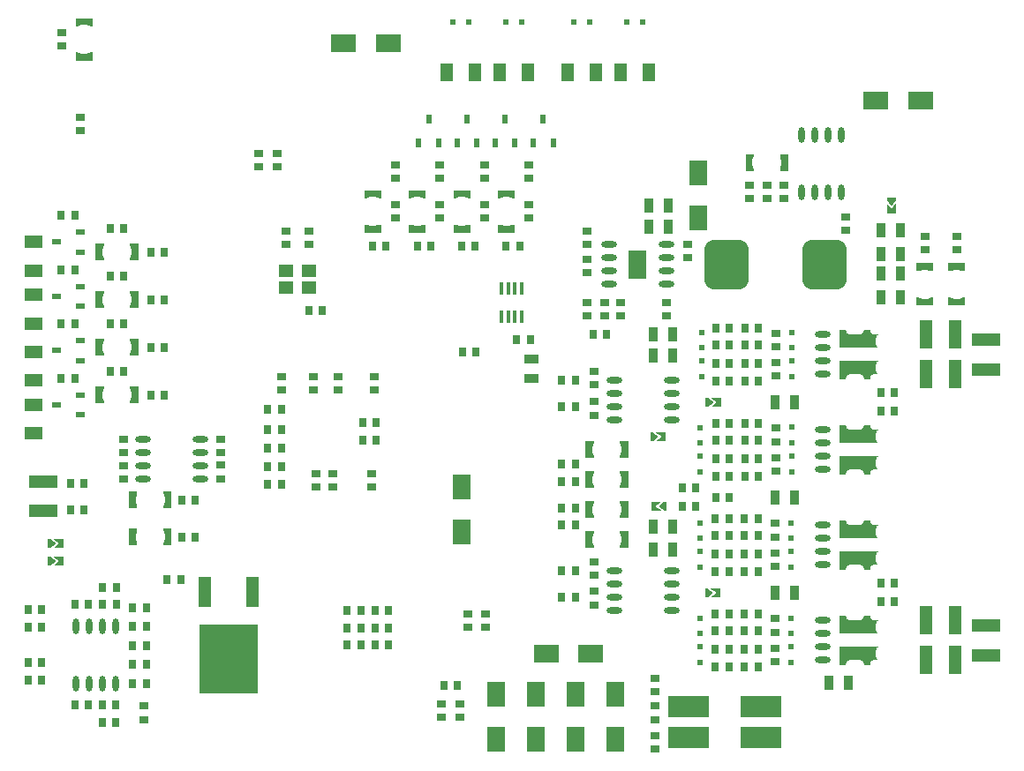
<source format=gbp>
G04*
G04 #@! TF.GenerationSoftware,Altium Limited,Altium Designer,22.8.2 (66)*
G04*
G04 Layer_Color=128*
%FSLAX44Y44*%
%MOMM*%
G71*
G04*
G04 #@! TF.SameCoordinates,7C791F3D-23B4-47E1-85F3-5240A64D0DC6*
G04*
G04*
G04 #@! TF.FilePolarity,Positive*
G04*
G01*
G75*
%ADD75R,2.7500X1.2500*%
%ADD76R,1.2500X2.7500*%
%ADD77O,1.5000X0.6000*%
%ADD78R,0.9500X0.7000*%
%ADD79R,5.6500X6.7000*%
%ADD80R,1.2000X2.9500*%
%ADD82R,0.6000X0.5000*%
%ADD83O,0.6000X1.5000*%
%ADD86R,0.7000X0.9500*%
%ADD87R,1.4000X1.2000*%
%ADD88R,1.7500X2.4500*%
%ADD89R,2.4500X1.7500*%
%ADD90R,1.2500X1.7500*%
%ADD91R,0.6000X0.9000*%
%ADD94R,1.4000X0.9500*%
%ADD95O,0.4000X1.2200*%
G04:AMPARAMS|DCode=96|XSize=4.3mm|YSize=4.8mm|CornerRadius=1.075mm|HoleSize=0mm|Usage=FLASHONLY|Rotation=0.000|XOffset=0mm|YOffset=0mm|HoleType=Round|Shape=RoundedRectangle|*
%AMROUNDEDRECTD96*
21,1,4.3000,2.6500,0,0,0.0*
21,1,2.1500,4.8000,0,0,0.0*
1,1,2.1500,1.0750,-1.3250*
1,1,2.1500,-1.0750,-1.3250*
1,1,2.1500,-1.0750,1.3250*
1,1,2.1500,1.0750,1.3250*
%
%ADD96ROUNDEDRECTD96*%
%ADD97R,0.9500X1.4000*%
%ADD101R,4.0000X2.0000*%
%ADD104R,0.5000X0.6000*%
%ADD105R,0.9000X0.6000*%
%ADD106R,1.7500X1.2500*%
%ADD140R,1.7100X2.7000*%
G36*
X578230Y1113590D02*
X576540D01*
X576539Y1113588D01*
X576539Y1113588D01*
X575038Y1114238D01*
X571862Y1114995D01*
X568597D01*
X565421Y1114238D01*
X563921Y1113588D01*
X563920Y1113590D01*
X562230D01*
Y1121590D01*
X578230D01*
Y1113590D01*
D02*
G37*
G36*
X576540Y1088590D02*
X578230D01*
Y1080590D01*
X562230D01*
Y1088590D01*
X563920D01*
X563921Y1088592D01*
X565421Y1087942D01*
X568597Y1087186D01*
X571862D01*
X575038Y1087942D01*
X576539Y1088592D01*
X576539D01*
X576540Y1088590D01*
D02*
G37*
G36*
X1245860Y974990D02*
X1237860D01*
Y976680D01*
X1237858Y976681D01*
X1238508Y978182D01*
X1239265Y981357D01*
Y984622D01*
X1238508Y987798D01*
X1237858Y989299D01*
X1237858Y989299D01*
X1237860Y989300D01*
Y990990D01*
X1245860D01*
Y974990D01*
D02*
G37*
G36*
X1212860Y989300D02*
X1212862Y989299D01*
Y989299D01*
X1212212Y987798D01*
X1211456Y984622D01*
Y981357D01*
X1212212Y978182D01*
X1212862Y976681D01*
X1212860Y976680D01*
Y974990D01*
X1204860D01*
Y990990D01*
X1212860D01*
Y989300D01*
D02*
G37*
G36*
X983360Y948410D02*
X981670D01*
X981669Y948408D01*
X980168Y949058D01*
X976992Y949815D01*
X973727D01*
X970551Y949058D01*
X969051Y948408D01*
Y948408D01*
X969050Y948410D01*
X967360D01*
Y956410D01*
X983360D01*
Y948410D01*
D02*
G37*
G36*
X940603D02*
X938913D01*
X938912Y948408D01*
X937412Y949058D01*
X934236Y949815D01*
X930971D01*
X927795Y949058D01*
X926294Y948408D01*
Y948408D01*
X926293Y948410D01*
X924603D01*
Y956410D01*
X940603D01*
Y948410D01*
D02*
G37*
G36*
X897847D02*
X896156D01*
X896155Y948408D01*
X894655Y949058D01*
X891479Y949815D01*
X888214D01*
X885038Y949058D01*
X883538Y948408D01*
Y948408D01*
X883537Y948410D01*
X881847D01*
Y956410D01*
X897847D01*
Y948410D01*
D02*
G37*
G36*
X855090D02*
X853400D01*
X853399Y948408D01*
X851898Y949058D01*
X848722Y949815D01*
X845458D01*
X842281Y949058D01*
X840781Y948408D01*
Y948408D01*
X840780Y948410D01*
X839090D01*
Y956410D01*
X855090D01*
Y948410D01*
D02*
G37*
G36*
X1348994Y946912D02*
X1344930Y940816D01*
X1340866Y946404D01*
Y948944D01*
X1348994D01*
Y946912D01*
D02*
G37*
G36*
Y934022D02*
X1340866D01*
Y943610D01*
X1344930Y938022D01*
X1348994Y944118D01*
Y934022D01*
D02*
G37*
G36*
X981670Y923410D02*
X983360D01*
Y915410D01*
X967360D01*
Y923410D01*
X969050D01*
X969051Y923412D01*
X970551Y922762D01*
X973727Y922005D01*
X976992D01*
X980168Y922762D01*
X981669Y923412D01*
X981670Y923410D01*
D02*
G37*
G36*
X938913D02*
X940603D01*
Y915410D01*
X924603D01*
Y923410D01*
X926293D01*
X926294Y923412D01*
X927795Y922762D01*
X930971Y922005D01*
X934236D01*
X937412Y922762D01*
X938912Y923412D01*
X938913Y923410D01*
D02*
G37*
G36*
X896156D02*
X897847D01*
Y915410D01*
X881847D01*
Y923410D01*
X883537D01*
X883538Y923412D01*
X885038Y922762D01*
X888214Y922005D01*
X891479D01*
X894655Y922762D01*
X896155Y923412D01*
X896156Y923410D01*
D02*
G37*
G36*
X853400D02*
X855090D01*
Y915410D01*
X839090D01*
Y923410D01*
X840780D01*
X840781Y923412D01*
X842281Y922762D01*
X845458Y922005D01*
X848722D01*
X851898Y922762D01*
X853399Y923412D01*
X853400Y923410D01*
D02*
G37*
G36*
X622480Y889100D02*
X614480D01*
Y890790D01*
X614478Y890791D01*
X614478D01*
X615128Y892291D01*
X615885Y895467D01*
Y898732D01*
X615128Y901908D01*
X614478Y903409D01*
X614480Y903410D01*
Y905100D01*
X622480D01*
Y889100D01*
D02*
G37*
G36*
X589480Y903410D02*
X589482Y903409D01*
X588832Y901908D01*
X588075Y898732D01*
Y895467D01*
X588832Y892291D01*
X589482Y890791D01*
X589480Y890790D01*
Y889100D01*
X581480D01*
Y905100D01*
X589480D01*
Y903410D01*
D02*
G37*
G36*
X1415160Y878640D02*
X1413470D01*
X1413469Y878638D01*
X1413469Y878638D01*
X1411969Y879288D01*
X1408792Y880044D01*
X1405527D01*
X1402352Y879288D01*
X1400851Y878638D01*
X1400850Y878640D01*
X1399160D01*
Y886640D01*
X1415160D01*
Y878640D01*
D02*
G37*
G36*
X1384680D02*
X1382990D01*
X1382989Y878638D01*
X1382989Y878638D01*
X1381488Y879288D01*
X1378312Y880044D01*
X1375047D01*
X1371871Y879288D01*
X1370371Y878638D01*
X1370370Y878640D01*
X1368680D01*
Y886640D01*
X1384680D01*
Y878640D01*
D02*
G37*
G36*
X1413470Y853640D02*
X1415160D01*
Y845640D01*
X1399160D01*
Y853640D01*
X1400850D01*
X1400851Y853642D01*
X1402352Y852992D01*
X1405527Y852235D01*
X1408792D01*
X1411969Y852992D01*
X1413469Y853642D01*
X1413469D01*
X1413470Y853640D01*
D02*
G37*
G36*
X1382990D02*
X1384680D01*
Y845640D01*
X1368680D01*
Y853640D01*
X1370370D01*
X1370371Y853642D01*
X1371871Y852992D01*
X1375047Y852235D01*
X1378312D01*
X1381488Y852992D01*
X1382989Y853642D01*
X1382989D01*
X1382990Y853640D01*
D02*
G37*
G36*
X622480Y843380D02*
X614480D01*
Y845070D01*
X614478Y845071D01*
X614478D01*
X615128Y846571D01*
X615885Y849747D01*
Y853012D01*
X615128Y856188D01*
X614478Y857689D01*
X614480Y857690D01*
Y859380D01*
X622480D01*
Y843380D01*
D02*
G37*
G36*
X589480Y857690D02*
X589482Y857689D01*
X588832Y856188D01*
X588075Y853012D01*
Y849747D01*
X588832Y846571D01*
X589482Y845071D01*
X589480Y845070D01*
Y843380D01*
X581480D01*
Y859380D01*
X589480D01*
Y857690D01*
D02*
G37*
G36*
X1324228Y821932D02*
X1324236Y821670D01*
X1324262Y821409D01*
X1324305Y821151D01*
X1324364Y820896D01*
X1324440Y820645D01*
X1324532Y820400D01*
X1324641Y820162D01*
X1324764Y819931D01*
X1324902Y819708D01*
X1325055Y819495D01*
X1325221Y819293D01*
X1325400Y819102D01*
X1325591Y818923D01*
X1325794Y818756D01*
X1326006Y818604D01*
X1326229Y818466D01*
X1326460Y818342D01*
X1326698Y818234D01*
X1326944Y818142D01*
X1327194Y818066D01*
X1327449Y818006D01*
X1327708Y817964D01*
X1327968Y817938D01*
X1328230Y817930D01*
X1332089D01*
X1332029Y817898D01*
X1331806Y817759D01*
X1331594Y817607D01*
X1331391Y817441D01*
X1331200Y817262D01*
X1331021Y817070D01*
X1330855Y816868D01*
X1330702Y816655D01*
X1330564Y816433D01*
X1330441Y816202D01*
X1330332Y815963D01*
X1330240Y815718D01*
X1330164Y815468D01*
X1330105Y815212D01*
X1330062Y814954D01*
X1330036Y814693D01*
X1330028Y814432D01*
Y808632D01*
X1330036Y808370D01*
X1330062Y808109D01*
X1330105Y807851D01*
X1330164Y807596D01*
X1330240Y807345D01*
X1330332Y807100D01*
X1330441Y806861D01*
X1330564Y806631D01*
X1330702Y806408D01*
X1330855Y806195D01*
X1331021Y805993D01*
X1331200Y805802D01*
X1331391Y805623D01*
X1331594Y805456D01*
X1331806Y805304D01*
X1332029Y805166D01*
X1332089Y805134D01*
X1295233D01*
Y822579D01*
X1301229D01*
Y821932D01*
X1301237Y821670D01*
X1301263Y821409D01*
X1301306Y821151D01*
X1301365Y820896D01*
X1301441Y820645D01*
X1301533Y820400D01*
X1301641Y820162D01*
X1301765Y819931D01*
X1301903Y819708D01*
X1302056Y819495D01*
X1302222Y819293D01*
X1302401Y819102D01*
X1302592Y818923D01*
X1302794Y818756D01*
X1303007Y818604D01*
X1303230Y818466D01*
X1303461Y818342D01*
X1303699Y818234D01*
X1303944Y818142D01*
X1304195Y818066D01*
X1304450Y818006D01*
X1304708Y817964D01*
X1304969Y817938D01*
X1305231Y817930D01*
X1314230D01*
X1314252Y817930D01*
X1314273Y817930D01*
X1314382Y817934D01*
X1314492Y817938D01*
X1314513Y817940D01*
X1314535Y817941D01*
X1314644Y817953D01*
X1314752Y817964D01*
X1314774Y817967D01*
X1314795Y817970D01*
X1314903Y817989D01*
X1315011Y818006D01*
X1315032Y818011D01*
X1315053Y818015D01*
X1315159Y818041D01*
X1315266Y818066D01*
X1315286Y818072D01*
X1315307Y818077D01*
X1315412Y818110D01*
X1315516Y818142D01*
X1315536Y818149D01*
X1315557Y818156D01*
X1315659Y818196D01*
X1315762Y818234D01*
X1315781Y818243D01*
X1315801Y818251D01*
X1315900Y818297D01*
X1316000Y818342D01*
X1316019Y818352D01*
X1316039Y818362D01*
X1316135Y818414D01*
X1316231Y818466D01*
X1316249Y818477D01*
X1316268Y818487D01*
X1316361Y818546D01*
X1316454Y818604D01*
X1316471Y818616D01*
X1316489Y818628D01*
X1316577Y818693D01*
X1316666Y818756D01*
X1316683Y818770D01*
X1316700Y818783D01*
X1316784Y818853D01*
X1316869Y818923D01*
X1316884Y818937D01*
X1316901Y818951D01*
X1316980Y819027D01*
X1317060Y819102D01*
X1317075Y819117D01*
X1317090Y819132D01*
X1317164Y819213D01*
X1317239Y819293D01*
X1317253Y819310D01*
X1317267Y819325D01*
X1317335Y819410D01*
X1317405Y819495D01*
X1317418Y819513D01*
X1317431Y819530D01*
X1317494Y819619D01*
X1317558Y819708D01*
X1317569Y819726D01*
X1317581Y819744D01*
X1317638Y819838D01*
X1317696Y819931D01*
X1317706Y819950D01*
X1317717Y819968D01*
X1317767Y820064D01*
X1317819Y820162D01*
X1317828Y820181D01*
X1317838Y820200D01*
X1317882Y820300D01*
X1317928Y820400D01*
X1317935Y820420D01*
X1317944Y820440D01*
X1317981Y820543D01*
X1318020Y820645D01*
X1318026Y820666D01*
X1318033Y820686D01*
X1318064Y820791D01*
X1318096Y820896D01*
X1318101Y820917D01*
X1318107Y820937D01*
X1318131Y821045D01*
X1318155Y821151D01*
X1318159Y821172D01*
X1318163Y821193D01*
X1318180Y821301D01*
X1318198Y821409D01*
X1318200Y821431D01*
X1318203Y821452D01*
X1318213Y821561D01*
X1318224Y821670D01*
X1318224Y821691D01*
X1318226Y821713D01*
X1318229Y821823D01*
X1318232Y821932D01*
X1318231Y821953D01*
X1318232Y821975D01*
X1318225Y822579D01*
X1324228D01*
Y821932D01*
D02*
G37*
G36*
X622480Y797660D02*
X614480D01*
Y799350D01*
X614478Y799351D01*
X614478D01*
X615128Y800851D01*
X615885Y804027D01*
Y807292D01*
X615128Y810469D01*
X614478Y811969D01*
X614480Y811970D01*
Y813660D01*
X622480D01*
Y797660D01*
D02*
G37*
G36*
X589480Y811970D02*
X589482Y811969D01*
X588832Y810469D01*
X588075Y807292D01*
Y804027D01*
X588832Y800851D01*
X589482Y799351D01*
X589480Y799350D01*
Y797660D01*
X581480D01*
Y813660D01*
X589480D01*
Y811970D01*
D02*
G37*
G36*
X1332025Y792496D02*
X1331803Y792358D01*
X1331590Y792205D01*
X1331387Y792039D01*
X1331196Y791860D01*
X1331017Y791669D01*
X1330851Y791466D01*
X1330698Y791254D01*
X1330560Y791031D01*
X1330437Y790800D01*
X1330329Y790562D01*
X1330236Y790316D01*
X1330160Y790066D01*
X1330101Y789811D01*
X1330058Y789552D01*
X1330032Y789292D01*
X1330024Y789030D01*
Y783230D01*
X1330032Y782968D01*
X1330058Y782708D01*
X1330101Y782449D01*
X1330160Y782194D01*
X1330236Y781944D01*
X1330329Y781699D01*
X1330437Y781460D01*
X1330560Y781229D01*
X1330698Y781006D01*
X1330851Y780794D01*
X1331017Y780591D01*
X1331196Y780400D01*
X1331387Y780221D01*
X1331590Y780055D01*
X1331803Y779902D01*
X1332025Y779764D01*
X1332085Y779732D01*
X1328226D01*
X1327964Y779724D01*
X1327704Y779698D01*
X1327445Y779655D01*
X1327190Y779596D01*
X1326940Y779520D01*
X1326694Y779427D01*
X1326456Y779319D01*
X1326225Y779196D01*
X1326003Y779058D01*
X1325790Y778905D01*
X1325587Y778739D01*
X1325396Y778560D01*
X1325217Y778369D01*
X1325051Y778166D01*
X1324898Y777953D01*
X1324760Y777731D01*
X1324637Y777500D01*
X1324529Y777262D01*
X1324436Y777016D01*
X1324360Y776766D01*
X1324301Y776511D01*
X1324258Y776252D01*
X1324232Y775992D01*
X1324224Y775730D01*
Y775082D01*
X1318221D01*
X1318228Y775687D01*
X1318227Y775708D01*
X1318228Y775730D01*
X1318225Y775839D01*
X1318222Y775949D01*
X1318220Y775970D01*
X1318220Y775992D01*
X1318209Y776101D01*
X1318199Y776210D01*
X1318196Y776231D01*
X1318194Y776252D01*
X1318176Y776360D01*
X1318159Y776469D01*
X1318155Y776490D01*
X1318151Y776511D01*
X1318127Y776617D01*
X1318103Y776724D01*
X1318097Y776745D01*
X1318092Y776766D01*
X1318060Y776871D01*
X1318029Y776976D01*
X1318022Y776996D01*
X1318016Y777016D01*
X1317977Y777119D01*
X1317940Y777222D01*
X1317931Y777241D01*
X1317923Y777262D01*
X1317878Y777362D01*
X1317834Y777461D01*
X1317824Y777480D01*
X1317815Y777500D01*
X1317763Y777598D01*
X1317713Y777694D01*
X1317702Y777712D01*
X1317692Y777731D01*
X1317634Y777824D01*
X1317577Y777917D01*
X1317565Y777935D01*
X1317554Y777953D01*
X1317490Y778043D01*
X1317427Y778132D01*
X1317414Y778149D01*
X1317401Y778166D01*
X1317331Y778252D01*
X1317263Y778336D01*
X1317249Y778352D01*
X1317235Y778369D01*
X1317160Y778449D01*
X1317086Y778529D01*
X1317071Y778544D01*
X1317056Y778560D01*
X1316976Y778635D01*
X1316897Y778710D01*
X1316880Y778724D01*
X1316865Y778739D01*
X1316780Y778808D01*
X1316696Y778879D01*
X1316679Y778891D01*
X1316662Y778905D01*
X1316573Y778969D01*
X1316485Y779034D01*
X1316467Y779045D01*
X1316449Y779058D01*
X1316357Y779115D01*
X1316264Y779174D01*
X1316245Y779185D01*
X1316227Y779196D01*
X1316131Y779248D01*
X1316035Y779300D01*
X1316015Y779309D01*
X1315996Y779319D01*
X1315896Y779365D01*
X1315797Y779411D01*
X1315777Y779419D01*
X1315758Y779427D01*
X1315656Y779466D01*
X1315553Y779506D01*
X1315532Y779512D01*
X1315513Y779520D01*
X1315408Y779551D01*
X1315303Y779584D01*
X1315282Y779589D01*
X1315262Y779596D01*
X1315155Y779621D01*
X1315049Y779647D01*
X1315028Y779650D01*
X1315007Y779655D01*
X1314899Y779673D01*
X1314791Y779692D01*
X1314769Y779694D01*
X1314748Y779698D01*
X1314640Y779709D01*
X1314531Y779721D01*
X1314509Y779722D01*
X1314488Y779724D01*
X1314378Y779727D01*
X1314269Y779732D01*
X1314247Y779731D01*
X1314226Y779732D01*
X1305227D01*
X1304965Y779724D01*
X1304704Y779698D01*
X1304446Y779655D01*
X1304191Y779596D01*
X1303940Y779520D01*
X1303695Y779427D01*
X1303457Y779319D01*
X1303226Y779196D01*
X1303003Y779058D01*
X1302791Y778905D01*
X1302588Y778739D01*
X1302397Y778560D01*
X1302218Y778369D01*
X1302052Y778166D01*
X1301899Y777953D01*
X1301761Y777731D01*
X1301637Y777500D01*
X1301529Y777262D01*
X1301437Y777016D01*
X1301361Y776766D01*
X1301302Y776511D01*
X1301259Y776252D01*
X1301233Y775992D01*
X1301225Y775730D01*
Y775082D01*
X1295229D01*
Y792528D01*
X1332085D01*
X1332025Y792496D01*
D02*
G37*
G36*
X622480Y751940D02*
X614480D01*
Y753630D01*
X614478Y753631D01*
X614478D01*
X615128Y755132D01*
X615885Y758308D01*
Y761572D01*
X615128Y764749D01*
X614478Y766249D01*
X614480Y766250D01*
Y767940D01*
X622480D01*
Y751940D01*
D02*
G37*
G36*
X589480Y766250D02*
X589482Y766249D01*
X588832Y764749D01*
X588075Y761572D01*
Y758308D01*
X588832Y755132D01*
X589482Y753631D01*
X589480Y753630D01*
Y751940D01*
X581480D01*
Y767940D01*
X589480D01*
Y766250D01*
D02*
G37*
G36*
X1181398Y749047D02*
X1171810D01*
X1177398Y753111D01*
X1171302Y757175D01*
X1181398D01*
Y749047D01*
D02*
G37*
G36*
X1174604Y753111D02*
X1169016Y749047D01*
X1166476D01*
Y757175D01*
X1168508D01*
X1174604Y753111D01*
D02*
G37*
G36*
X1324228Y730492D02*
X1324236Y730230D01*
X1324262Y729969D01*
X1324305Y729711D01*
X1324364Y729456D01*
X1324440Y729205D01*
X1324532Y728960D01*
X1324641Y728721D01*
X1324764Y728491D01*
X1324902Y728268D01*
X1325055Y728055D01*
X1325221Y727853D01*
X1325400Y727662D01*
X1325591Y727483D01*
X1325794Y727317D01*
X1326006Y727164D01*
X1326229Y727026D01*
X1326460Y726902D01*
X1326698Y726794D01*
X1326944Y726702D01*
X1327194Y726626D01*
X1327449Y726566D01*
X1327708Y726524D01*
X1327968Y726498D01*
X1328230Y726489D01*
X1332089D01*
X1332029Y726458D01*
X1331806Y726319D01*
X1331594Y726167D01*
X1331391Y726001D01*
X1331200Y725822D01*
X1331021Y725630D01*
X1330855Y725428D01*
X1330702Y725215D01*
X1330564Y724993D01*
X1330441Y724762D01*
X1330332Y724523D01*
X1330240Y724278D01*
X1330164Y724027D01*
X1330105Y723772D01*
X1330062Y723514D01*
X1330036Y723253D01*
X1330028Y722992D01*
Y717192D01*
X1330036Y716930D01*
X1330062Y716669D01*
X1330105Y716411D01*
X1330164Y716156D01*
X1330240Y715905D01*
X1330332Y715660D01*
X1330441Y715422D01*
X1330564Y715191D01*
X1330702Y714968D01*
X1330855Y714755D01*
X1331021Y714553D01*
X1331200Y714362D01*
X1331391Y714183D01*
X1331594Y714016D01*
X1331806Y713864D01*
X1332029Y713726D01*
X1332089Y713694D01*
X1295233D01*
Y731140D01*
X1301229D01*
Y730492D01*
X1301237Y730230D01*
X1301263Y729969D01*
X1301306Y729711D01*
X1301365Y729456D01*
X1301441Y729205D01*
X1301533Y728960D01*
X1301641Y728721D01*
X1301765Y728491D01*
X1301903Y728268D01*
X1302056Y728055D01*
X1302222Y727853D01*
X1302401Y727662D01*
X1302592Y727483D01*
X1302794Y727317D01*
X1303007Y727164D01*
X1303230Y727026D01*
X1303461Y726902D01*
X1303699Y726794D01*
X1303944Y726702D01*
X1304195Y726626D01*
X1304450Y726566D01*
X1304708Y726524D01*
X1304969Y726498D01*
X1305231Y726489D01*
X1314230D01*
X1314252Y726490D01*
X1314273Y726490D01*
X1314382Y726495D01*
X1314492Y726498D01*
X1314513Y726500D01*
X1314535Y726501D01*
X1314644Y726513D01*
X1314752Y726524D01*
X1314774Y726527D01*
X1314795Y726530D01*
X1314903Y726549D01*
X1315011Y726566D01*
X1315032Y726571D01*
X1315053Y726575D01*
X1315159Y726601D01*
X1315266Y726626D01*
X1315286Y726632D01*
X1315307Y726637D01*
X1315412Y726670D01*
X1315516Y726702D01*
X1315536Y726709D01*
X1315557Y726716D01*
X1315659Y726756D01*
X1315762Y726794D01*
X1315781Y726803D01*
X1315801Y726811D01*
X1315900Y726857D01*
X1316000Y726902D01*
X1316019Y726912D01*
X1316039Y726921D01*
X1316135Y726974D01*
X1316231Y727026D01*
X1316249Y727037D01*
X1316268Y727047D01*
X1316361Y727106D01*
X1316454Y727164D01*
X1316471Y727177D01*
X1316489Y727188D01*
X1316577Y727253D01*
X1316666Y727317D01*
X1316683Y727330D01*
X1316700Y727343D01*
X1316784Y727413D01*
X1316869Y727483D01*
X1316884Y727497D01*
X1316901Y727511D01*
X1316980Y727587D01*
X1317060Y727662D01*
X1317075Y727677D01*
X1317090Y727692D01*
X1317164Y727773D01*
X1317239Y727853D01*
X1317253Y727870D01*
X1317267Y727885D01*
X1317335Y727970D01*
X1317405Y728055D01*
X1317418Y728073D01*
X1317431Y728090D01*
X1317494Y728179D01*
X1317558Y728268D01*
X1317569Y728286D01*
X1317581Y728304D01*
X1317638Y728398D01*
X1317696Y728491D01*
X1317706Y728510D01*
X1317717Y728528D01*
X1317767Y728624D01*
X1317819Y728721D01*
X1317828Y728741D01*
X1317838Y728760D01*
X1317882Y728860D01*
X1317928Y728960D01*
X1317935Y728980D01*
X1317944Y729000D01*
X1317981Y729102D01*
X1318020Y729205D01*
X1318026Y729226D01*
X1318033Y729246D01*
X1318064Y729351D01*
X1318096Y729456D01*
X1318101Y729477D01*
X1318107Y729497D01*
X1318131Y729605D01*
X1318155Y729711D01*
X1318159Y729732D01*
X1318163Y729753D01*
X1318180Y729861D01*
X1318198Y729969D01*
X1318200Y729991D01*
X1318203Y730012D01*
X1318213Y730121D01*
X1318224Y730230D01*
X1318224Y730251D01*
X1318226Y730273D01*
X1318229Y730383D01*
X1318232Y730492D01*
X1318231Y730513D01*
X1318232Y730535D01*
X1318225Y731140D01*
X1324228D01*
Y730492D01*
D02*
G37*
G36*
X1128458Y716026D02*
X1118870D01*
X1124458Y720090D01*
X1118362Y724154D01*
X1128458D01*
Y716026D01*
D02*
G37*
G36*
X1121664Y720090D02*
X1116076Y716026D01*
X1113536D01*
Y724154D01*
X1115568D01*
X1121664Y720090D01*
D02*
G37*
G36*
X1092300Y699390D02*
X1084300D01*
Y701080D01*
X1084298Y701081D01*
X1084949Y702581D01*
X1085705Y705758D01*
Y709022D01*
X1084949Y712198D01*
X1084298Y713699D01*
X1084298Y713699D01*
X1084300Y713700D01*
Y715390D01*
X1092300D01*
Y699390D01*
D02*
G37*
G36*
X1059300Y713700D02*
X1059302Y713699D01*
Y713699D01*
X1058652Y712198D01*
X1057896Y709022D01*
Y705758D01*
X1058652Y702581D01*
X1059302Y701081D01*
X1059300Y701080D01*
Y699390D01*
X1051300D01*
Y715390D01*
X1059300D01*
Y713700D01*
D02*
G37*
G36*
X1332025Y701056D02*
X1331803Y700918D01*
X1331590Y700765D01*
X1331387Y700599D01*
X1331196Y700420D01*
X1331017Y700229D01*
X1330851Y700026D01*
X1330698Y699814D01*
X1330560Y699591D01*
X1330437Y699360D01*
X1330329Y699121D01*
X1330236Y698876D01*
X1330160Y698626D01*
X1330101Y698371D01*
X1330058Y698112D01*
X1330032Y697852D01*
X1330024Y697590D01*
Y691790D01*
X1330032Y691528D01*
X1330058Y691268D01*
X1330101Y691009D01*
X1330160Y690754D01*
X1330236Y690504D01*
X1330329Y690258D01*
X1330437Y690020D01*
X1330560Y689789D01*
X1330698Y689566D01*
X1330851Y689354D01*
X1331017Y689151D01*
X1331196Y688960D01*
X1331387Y688781D01*
X1331590Y688615D01*
X1331803Y688462D01*
X1332025Y688324D01*
X1332085Y688292D01*
X1328226D01*
X1327964Y688284D01*
X1327704Y688258D01*
X1327445Y688215D01*
X1327190Y688156D01*
X1326940Y688080D01*
X1326694Y687988D01*
X1326456Y687879D01*
X1326225Y687756D01*
X1326003Y687618D01*
X1325790Y687465D01*
X1325587Y687299D01*
X1325396Y687120D01*
X1325217Y686929D01*
X1325051Y686726D01*
X1324898Y686514D01*
X1324760Y686291D01*
X1324637Y686060D01*
X1324529Y685822D01*
X1324436Y685576D01*
X1324360Y685326D01*
X1324301Y685071D01*
X1324258Y684812D01*
X1324232Y684552D01*
X1324224Y684290D01*
Y683642D01*
X1318221D01*
X1318228Y684247D01*
X1318227Y684268D01*
X1318228Y684290D01*
X1318225Y684399D01*
X1318222Y684509D01*
X1318220Y684530D01*
X1318220Y684552D01*
X1318209Y684661D01*
X1318199Y684770D01*
X1318196Y684791D01*
X1318194Y684812D01*
X1318176Y684920D01*
X1318159Y685029D01*
X1318155Y685050D01*
X1318151Y685071D01*
X1318127Y685177D01*
X1318103Y685284D01*
X1318097Y685305D01*
X1318092Y685326D01*
X1318060Y685431D01*
X1318029Y685536D01*
X1318022Y685556D01*
X1318016Y685576D01*
X1317977Y685679D01*
X1317940Y685782D01*
X1317931Y685801D01*
X1317923Y685822D01*
X1317878Y685921D01*
X1317834Y686021D01*
X1317824Y686040D01*
X1317815Y686060D01*
X1317763Y686158D01*
X1317713Y686254D01*
X1317702Y686272D01*
X1317692Y686291D01*
X1317634Y686384D01*
X1317577Y686478D01*
X1317565Y686495D01*
X1317554Y686514D01*
X1317490Y686603D01*
X1317427Y686692D01*
X1317414Y686709D01*
X1317401Y686726D01*
X1317331Y686812D01*
X1317263Y686896D01*
X1317249Y686912D01*
X1317235Y686929D01*
X1317160Y687009D01*
X1317086Y687089D01*
X1317071Y687104D01*
X1317056Y687120D01*
X1316976Y687195D01*
X1316897Y687270D01*
X1316880Y687284D01*
X1316865Y687299D01*
X1316780Y687368D01*
X1316696Y687439D01*
X1316679Y687451D01*
X1316662Y687465D01*
X1316573Y687529D01*
X1316485Y687594D01*
X1316467Y687605D01*
X1316449Y687618D01*
X1316357Y687675D01*
X1316264Y687734D01*
X1316245Y687745D01*
X1316227Y687756D01*
X1316131Y687807D01*
X1316035Y687860D01*
X1316015Y687869D01*
X1315996Y687879D01*
X1315896Y687925D01*
X1315797Y687971D01*
X1315777Y687979D01*
X1315758Y687988D01*
X1315656Y688026D01*
X1315553Y688066D01*
X1315532Y688072D01*
X1315513Y688080D01*
X1315408Y688111D01*
X1315303Y688144D01*
X1315282Y688149D01*
X1315262Y688156D01*
X1315155Y688181D01*
X1315049Y688207D01*
X1315028Y688210D01*
X1315007Y688215D01*
X1314899Y688233D01*
X1314791Y688252D01*
X1314769Y688254D01*
X1314748Y688258D01*
X1314640Y688269D01*
X1314531Y688280D01*
X1314509Y688281D01*
X1314488Y688284D01*
X1314378Y688287D01*
X1314269Y688292D01*
X1314247Y688291D01*
X1314226Y688292D01*
X1305227D01*
X1304965Y688284D01*
X1304704Y688258D01*
X1304446Y688215D01*
X1304191Y688156D01*
X1303940Y688080D01*
X1303695Y687988D01*
X1303457Y687879D01*
X1303226Y687756D01*
X1303003Y687618D01*
X1302791Y687465D01*
X1302588Y687299D01*
X1302397Y687120D01*
X1302218Y686929D01*
X1302052Y686726D01*
X1301899Y686514D01*
X1301761Y686291D01*
X1301637Y686060D01*
X1301529Y685822D01*
X1301437Y685576D01*
X1301361Y685326D01*
X1301302Y685071D01*
X1301259Y684812D01*
X1301233Y684552D01*
X1301225Y684290D01*
Y683642D01*
X1295229D01*
Y701088D01*
X1332085D01*
X1332025Y701056D01*
D02*
G37*
G36*
X1092300Y670603D02*
X1084300D01*
Y672293D01*
X1084298Y672294D01*
X1084949Y673795D01*
X1085705Y676971D01*
Y680236D01*
X1084949Y683412D01*
X1084298Y684912D01*
X1084298Y684912D01*
X1084300Y684913D01*
Y686603D01*
X1092300D01*
Y670603D01*
D02*
G37*
G36*
X1059300Y684913D02*
X1059302Y684912D01*
Y684912D01*
X1058652Y683412D01*
X1057896Y680236D01*
Y676971D01*
X1058652Y673795D01*
X1059302Y672294D01*
X1059300Y672293D01*
Y670603D01*
X1051300D01*
Y686603D01*
X1059300D01*
Y684913D01*
D02*
G37*
G36*
X654230Y651130D02*
X646230D01*
Y652820D01*
X646228Y652821D01*
X646228D01*
X646878Y654322D01*
X647635Y657497D01*
Y660762D01*
X646878Y663939D01*
X646228Y665439D01*
X646230Y665440D01*
Y667130D01*
X654230D01*
Y651130D01*
D02*
G37*
G36*
X621230Y665440D02*
X621232Y665439D01*
X620582Y663939D01*
X619826Y660762D01*
Y657497D01*
X620582Y654322D01*
X621232Y652821D01*
X621230Y652820D01*
Y651130D01*
X613230D01*
Y667130D01*
X621230D01*
Y665440D01*
D02*
G37*
G36*
X1129284Y648973D02*
X1127252D01*
X1121156Y653037D01*
X1126744Y657101D01*
X1129284D01*
Y648973D01*
D02*
G37*
G36*
X1118362Y653037D02*
X1124458Y648973D01*
X1114362D01*
Y657101D01*
X1123950D01*
X1118362Y653037D01*
D02*
G37*
G36*
X1092300Y641817D02*
X1084300D01*
Y643507D01*
X1084298Y643508D01*
X1084949Y645008D01*
X1085705Y648184D01*
Y651449D01*
X1084949Y654625D01*
X1084298Y656125D01*
X1084298Y656125D01*
X1084300Y656127D01*
Y657817D01*
X1092300D01*
Y641817D01*
D02*
G37*
G36*
X1059300Y656127D02*
X1059302Y656125D01*
Y656125D01*
X1058652Y654625D01*
X1057896Y651449D01*
Y648184D01*
X1058652Y645008D01*
X1059302Y643508D01*
X1059300Y643507D01*
Y641817D01*
X1051300D01*
Y657817D01*
X1059300D01*
Y656127D01*
D02*
G37*
G36*
X1324228Y639052D02*
X1324236Y638790D01*
X1324262Y638529D01*
X1324305Y638271D01*
X1324364Y638016D01*
X1324440Y637765D01*
X1324532Y637520D01*
X1324641Y637281D01*
X1324764Y637051D01*
X1324902Y636828D01*
X1325055Y636615D01*
X1325221Y636413D01*
X1325400Y636222D01*
X1325591Y636043D01*
X1325794Y635877D01*
X1326006Y635724D01*
X1326229Y635586D01*
X1326460Y635462D01*
X1326698Y635354D01*
X1326944Y635262D01*
X1327194Y635186D01*
X1327449Y635126D01*
X1327708Y635084D01*
X1327968Y635058D01*
X1328230Y635050D01*
X1332089D01*
X1332029Y635018D01*
X1331806Y634879D01*
X1331594Y634727D01*
X1331391Y634561D01*
X1331200Y634382D01*
X1331021Y634190D01*
X1330855Y633988D01*
X1330702Y633775D01*
X1330564Y633553D01*
X1330441Y633322D01*
X1330332Y633083D01*
X1330240Y632838D01*
X1330164Y632588D01*
X1330105Y632332D01*
X1330062Y632074D01*
X1330036Y631813D01*
X1330028Y631552D01*
Y625752D01*
X1330036Y625490D01*
X1330062Y625229D01*
X1330105Y624971D01*
X1330164Y624716D01*
X1330240Y624465D01*
X1330332Y624220D01*
X1330441Y623982D01*
X1330564Y623751D01*
X1330702Y623528D01*
X1330855Y623315D01*
X1331021Y623113D01*
X1331200Y622922D01*
X1331391Y622743D01*
X1331594Y622576D01*
X1331806Y622424D01*
X1332029Y622286D01*
X1332089Y622254D01*
X1295233D01*
Y639700D01*
X1301229D01*
Y639052D01*
X1301237Y638790D01*
X1301263Y638529D01*
X1301306Y638271D01*
X1301365Y638016D01*
X1301441Y637765D01*
X1301533Y637520D01*
X1301641Y637281D01*
X1301765Y637051D01*
X1301903Y636828D01*
X1302056Y636615D01*
X1302222Y636413D01*
X1302401Y636222D01*
X1302592Y636043D01*
X1302794Y635877D01*
X1303007Y635724D01*
X1303230Y635586D01*
X1303461Y635462D01*
X1303699Y635354D01*
X1303944Y635262D01*
X1304195Y635186D01*
X1304450Y635126D01*
X1304708Y635084D01*
X1304969Y635058D01*
X1305231Y635050D01*
X1314230D01*
X1314252Y635050D01*
X1314273Y635050D01*
X1314382Y635055D01*
X1314492Y635058D01*
X1314513Y635060D01*
X1314535Y635061D01*
X1314644Y635073D01*
X1314752Y635084D01*
X1314774Y635087D01*
X1314795Y635090D01*
X1314903Y635109D01*
X1315011Y635126D01*
X1315032Y635131D01*
X1315053Y635135D01*
X1315159Y635161D01*
X1315266Y635186D01*
X1315286Y635192D01*
X1315307Y635197D01*
X1315412Y635230D01*
X1315516Y635262D01*
X1315536Y635269D01*
X1315557Y635276D01*
X1315659Y635316D01*
X1315762Y635354D01*
X1315781Y635363D01*
X1315801Y635371D01*
X1315900Y635417D01*
X1316000Y635462D01*
X1316019Y635472D01*
X1316039Y635481D01*
X1316135Y635534D01*
X1316231Y635586D01*
X1316249Y635597D01*
X1316268Y635607D01*
X1316361Y635666D01*
X1316454Y635724D01*
X1316471Y635737D01*
X1316489Y635748D01*
X1316577Y635813D01*
X1316666Y635877D01*
X1316683Y635890D01*
X1316700Y635903D01*
X1316784Y635973D01*
X1316869Y636043D01*
X1316884Y636057D01*
X1316901Y636071D01*
X1316980Y636147D01*
X1317060Y636222D01*
X1317075Y636237D01*
X1317090Y636252D01*
X1317164Y636333D01*
X1317239Y636413D01*
X1317253Y636430D01*
X1317267Y636445D01*
X1317335Y636530D01*
X1317405Y636615D01*
X1317418Y636633D01*
X1317431Y636650D01*
X1317494Y636739D01*
X1317558Y636828D01*
X1317569Y636846D01*
X1317581Y636864D01*
X1317638Y636958D01*
X1317696Y637051D01*
X1317706Y637070D01*
X1317717Y637088D01*
X1317767Y637184D01*
X1317819Y637281D01*
X1317828Y637301D01*
X1317838Y637320D01*
X1317882Y637420D01*
X1317928Y637520D01*
X1317935Y637540D01*
X1317944Y637560D01*
X1317981Y637663D01*
X1318020Y637765D01*
X1318026Y637786D01*
X1318033Y637806D01*
X1318064Y637911D01*
X1318096Y638016D01*
X1318101Y638037D01*
X1318107Y638057D01*
X1318131Y638165D01*
X1318155Y638271D01*
X1318159Y638292D01*
X1318163Y638313D01*
X1318180Y638421D01*
X1318198Y638529D01*
X1318200Y638551D01*
X1318203Y638572D01*
X1318213Y638681D01*
X1318224Y638790D01*
X1318224Y638811D01*
X1318226Y638833D01*
X1318229Y638943D01*
X1318232Y639052D01*
X1318231Y639073D01*
X1318232Y639095D01*
X1318225Y639700D01*
X1324228D01*
Y639052D01*
D02*
G37*
G36*
X654230Y615570D02*
X646230D01*
Y617260D01*
X646228Y617261D01*
X646228D01*
X646878Y618761D01*
X647635Y621937D01*
Y625202D01*
X646878Y628378D01*
X646228Y629879D01*
X646230Y629880D01*
Y631570D01*
X654230D01*
Y615570D01*
D02*
G37*
G36*
X621230Y629880D02*
X621232Y629879D01*
X620582Y628378D01*
X619826Y625202D01*
Y621937D01*
X620582Y618761D01*
X621232Y617261D01*
X621230Y617260D01*
Y615570D01*
X613230D01*
Y631570D01*
X621230D01*
Y629880D01*
D02*
G37*
G36*
X550758Y613156D02*
X541170D01*
X546758Y617220D01*
X540662Y621284D01*
X550758D01*
Y613156D01*
D02*
G37*
G36*
X543964Y617220D02*
X538376Y613156D01*
X535836D01*
Y621284D01*
X537868D01*
X543964Y617220D01*
D02*
G37*
G36*
X1092300Y613030D02*
X1084300D01*
Y614720D01*
X1084298Y614721D01*
X1084949Y616222D01*
X1085705Y619398D01*
Y622662D01*
X1084949Y625839D01*
X1084298Y627339D01*
X1084298Y627339D01*
X1084300Y627340D01*
Y629030D01*
X1092300D01*
Y613030D01*
D02*
G37*
G36*
X1059300Y627340D02*
X1059302Y627339D01*
Y627339D01*
X1058652Y625839D01*
X1057896Y622662D01*
Y619398D01*
X1058652Y616222D01*
X1059302Y614721D01*
X1059300Y614720D01*
Y613030D01*
X1051300D01*
Y629030D01*
X1059300D01*
Y627340D01*
D02*
G37*
G36*
X550758Y596646D02*
X541170D01*
X546758Y600710D01*
X540662Y604774D01*
X550758D01*
Y596646D01*
D02*
G37*
G36*
X543964Y600710D02*
X538376Y596646D01*
X535836D01*
Y604774D01*
X537868D01*
X543964Y600710D01*
D02*
G37*
G36*
X1332025Y609616D02*
X1331803Y609478D01*
X1331590Y609325D01*
X1331387Y609159D01*
X1331196Y608980D01*
X1331017Y608789D01*
X1330851Y608586D01*
X1330698Y608373D01*
X1330560Y608151D01*
X1330437Y607920D01*
X1330329Y607682D01*
X1330236Y607436D01*
X1330160Y607186D01*
X1330101Y606931D01*
X1330058Y606672D01*
X1330032Y606412D01*
X1330024Y606150D01*
Y600350D01*
X1330032Y600088D01*
X1330058Y599828D01*
X1330101Y599569D01*
X1330160Y599314D01*
X1330236Y599064D01*
X1330329Y598819D01*
X1330437Y598580D01*
X1330560Y598349D01*
X1330698Y598126D01*
X1330851Y597914D01*
X1331017Y597711D01*
X1331196Y597520D01*
X1331387Y597341D01*
X1331590Y597175D01*
X1331803Y597022D01*
X1332025Y596884D01*
X1332085Y596852D01*
X1328226D01*
X1327964Y596844D01*
X1327704Y596818D01*
X1327445Y596775D01*
X1327190Y596716D01*
X1326940Y596640D01*
X1326694Y596548D01*
X1326456Y596439D01*
X1326225Y596316D01*
X1326003Y596178D01*
X1325790Y596025D01*
X1325587Y595859D01*
X1325396Y595680D01*
X1325217Y595489D01*
X1325051Y595286D01*
X1324898Y595074D01*
X1324760Y594851D01*
X1324637Y594620D01*
X1324529Y594381D01*
X1324436Y594136D01*
X1324360Y593886D01*
X1324301Y593631D01*
X1324258Y593372D01*
X1324232Y593112D01*
X1324224Y592850D01*
Y592202D01*
X1318221D01*
X1318228Y592807D01*
X1318227Y592828D01*
X1318228Y592850D01*
X1318225Y592959D01*
X1318222Y593069D01*
X1318220Y593090D01*
X1318220Y593112D01*
X1318209Y593221D01*
X1318199Y593330D01*
X1318196Y593351D01*
X1318194Y593372D01*
X1318176Y593480D01*
X1318159Y593588D01*
X1318155Y593610D01*
X1318151Y593631D01*
X1318127Y593737D01*
X1318103Y593844D01*
X1318097Y593865D01*
X1318092Y593886D01*
X1318060Y593991D01*
X1318029Y594096D01*
X1318022Y594116D01*
X1318016Y594136D01*
X1317977Y594239D01*
X1317940Y594342D01*
X1317931Y594361D01*
X1317923Y594381D01*
X1317878Y594482D01*
X1317834Y594581D01*
X1317824Y594600D01*
X1317815Y594620D01*
X1317763Y594717D01*
X1317713Y594814D01*
X1317702Y594832D01*
X1317692Y594851D01*
X1317634Y594944D01*
X1317577Y595037D01*
X1317565Y595055D01*
X1317554Y595074D01*
X1317490Y595163D01*
X1317427Y595252D01*
X1317414Y595269D01*
X1317401Y595286D01*
X1317331Y595372D01*
X1317263Y595456D01*
X1317249Y595472D01*
X1317235Y595489D01*
X1317160Y595569D01*
X1317086Y595649D01*
X1317071Y595664D01*
X1317056Y595680D01*
X1316976Y595755D01*
X1316897Y595830D01*
X1316880Y595844D01*
X1316865Y595859D01*
X1316780Y595928D01*
X1316696Y595999D01*
X1316679Y596011D01*
X1316662Y596025D01*
X1316573Y596089D01*
X1316485Y596153D01*
X1316467Y596165D01*
X1316449Y596178D01*
X1316357Y596235D01*
X1316264Y596294D01*
X1316245Y596305D01*
X1316227Y596316D01*
X1316131Y596367D01*
X1316035Y596420D01*
X1316015Y596429D01*
X1315996Y596439D01*
X1315896Y596485D01*
X1315797Y596531D01*
X1315777Y596539D01*
X1315758Y596548D01*
X1315656Y596586D01*
X1315553Y596626D01*
X1315532Y596632D01*
X1315513Y596640D01*
X1315408Y596671D01*
X1315303Y596704D01*
X1315282Y596710D01*
X1315262Y596716D01*
X1315155Y596741D01*
X1315049Y596767D01*
X1315028Y596770D01*
X1315007Y596775D01*
X1314899Y596793D01*
X1314791Y596812D01*
X1314769Y596814D01*
X1314748Y596818D01*
X1314640Y596829D01*
X1314531Y596841D01*
X1314509Y596842D01*
X1314488Y596844D01*
X1314378Y596847D01*
X1314269Y596852D01*
X1314247Y596851D01*
X1314226Y596852D01*
X1305227D01*
X1304965Y596844D01*
X1304704Y596818D01*
X1304446Y596775D01*
X1304191Y596716D01*
X1303940Y596640D01*
X1303695Y596548D01*
X1303457Y596439D01*
X1303226Y596316D01*
X1303003Y596178D01*
X1302791Y596025D01*
X1302588Y595859D01*
X1302397Y595680D01*
X1302218Y595489D01*
X1302052Y595286D01*
X1301899Y595074D01*
X1301761Y594851D01*
X1301637Y594620D01*
X1301529Y594381D01*
X1301437Y594136D01*
X1301361Y593886D01*
X1301302Y593631D01*
X1301259Y593372D01*
X1301233Y593112D01*
X1301225Y592850D01*
Y592202D01*
X1295229D01*
Y609648D01*
X1332085D01*
X1332025Y609616D01*
D02*
G37*
G36*
X1180918Y566167D02*
X1171330D01*
X1176918Y570231D01*
X1170822Y574295D01*
X1180918D01*
Y566167D01*
D02*
G37*
G36*
X1174124Y570231D02*
X1168536Y566167D01*
X1165996D01*
Y574295D01*
X1168028D01*
X1174124Y570231D01*
D02*
G37*
G36*
X1324228Y547612D02*
X1324236Y547350D01*
X1324262Y547089D01*
X1324305Y546831D01*
X1324364Y546576D01*
X1324440Y546325D01*
X1324532Y546080D01*
X1324641Y545841D01*
X1324764Y545611D01*
X1324902Y545388D01*
X1325055Y545175D01*
X1325221Y544973D01*
X1325400Y544782D01*
X1325591Y544603D01*
X1325794Y544436D01*
X1326006Y544284D01*
X1326229Y544146D01*
X1326460Y544022D01*
X1326698Y543914D01*
X1326944Y543822D01*
X1327194Y543746D01*
X1327449Y543686D01*
X1327708Y543644D01*
X1327968Y543618D01*
X1328230Y543610D01*
X1332089D01*
X1332029Y543578D01*
X1331806Y543439D01*
X1331594Y543287D01*
X1331391Y543121D01*
X1331200Y542942D01*
X1331021Y542750D01*
X1330855Y542548D01*
X1330702Y542335D01*
X1330564Y542113D01*
X1330441Y541882D01*
X1330332Y541643D01*
X1330240Y541398D01*
X1330164Y541147D01*
X1330105Y540892D01*
X1330062Y540634D01*
X1330036Y540373D01*
X1330028Y540112D01*
Y534312D01*
X1330036Y534050D01*
X1330062Y533789D01*
X1330105Y533531D01*
X1330164Y533276D01*
X1330240Y533025D01*
X1330332Y532780D01*
X1330441Y532542D01*
X1330564Y532311D01*
X1330702Y532088D01*
X1330855Y531875D01*
X1331021Y531673D01*
X1331200Y531482D01*
X1331391Y531303D01*
X1331594Y531137D01*
X1331806Y530984D01*
X1332029Y530846D01*
X1332089Y530814D01*
X1295233D01*
Y548260D01*
X1301229D01*
Y547612D01*
X1301237Y547350D01*
X1301263Y547089D01*
X1301306Y546831D01*
X1301365Y546576D01*
X1301441Y546325D01*
X1301533Y546080D01*
X1301641Y545841D01*
X1301765Y545611D01*
X1301903Y545388D01*
X1302056Y545175D01*
X1302222Y544973D01*
X1302401Y544782D01*
X1302592Y544603D01*
X1302794Y544436D01*
X1303007Y544284D01*
X1303230Y544146D01*
X1303461Y544022D01*
X1303699Y543914D01*
X1303944Y543822D01*
X1304195Y543746D01*
X1304450Y543686D01*
X1304708Y543644D01*
X1304969Y543618D01*
X1305231Y543610D01*
X1314230D01*
X1314252Y543610D01*
X1314273Y543610D01*
X1314382Y543615D01*
X1314492Y543618D01*
X1314513Y543620D01*
X1314535Y543621D01*
X1314644Y543633D01*
X1314752Y543644D01*
X1314774Y543647D01*
X1314795Y543650D01*
X1314903Y543669D01*
X1315011Y543686D01*
X1315032Y543691D01*
X1315053Y543695D01*
X1315159Y543721D01*
X1315266Y543746D01*
X1315286Y543752D01*
X1315307Y543757D01*
X1315412Y543790D01*
X1315516Y543822D01*
X1315536Y543829D01*
X1315557Y543836D01*
X1315659Y543876D01*
X1315762Y543914D01*
X1315781Y543923D01*
X1315801Y543931D01*
X1315900Y543977D01*
X1316000Y544022D01*
X1316019Y544032D01*
X1316039Y544041D01*
X1316135Y544094D01*
X1316231Y544146D01*
X1316249Y544157D01*
X1316268Y544167D01*
X1316361Y544226D01*
X1316454Y544284D01*
X1316471Y544296D01*
X1316489Y544308D01*
X1316577Y544373D01*
X1316666Y544436D01*
X1316683Y544450D01*
X1316700Y544463D01*
X1316784Y544533D01*
X1316869Y544603D01*
X1316884Y544617D01*
X1316901Y544631D01*
X1316980Y544707D01*
X1317060Y544782D01*
X1317075Y544797D01*
X1317090Y544812D01*
X1317164Y544893D01*
X1317239Y544973D01*
X1317253Y544990D01*
X1317267Y545005D01*
X1317335Y545090D01*
X1317405Y545175D01*
X1317418Y545193D01*
X1317431Y545210D01*
X1317494Y545299D01*
X1317558Y545388D01*
X1317569Y545406D01*
X1317581Y545424D01*
X1317638Y545518D01*
X1317696Y545611D01*
X1317706Y545630D01*
X1317717Y545648D01*
X1317767Y545744D01*
X1317819Y545841D01*
X1317828Y545861D01*
X1317838Y545880D01*
X1317882Y545980D01*
X1317928Y546080D01*
X1317935Y546100D01*
X1317944Y546120D01*
X1317981Y546222D01*
X1318020Y546325D01*
X1318026Y546346D01*
X1318033Y546366D01*
X1318064Y546471D01*
X1318096Y546576D01*
X1318101Y546597D01*
X1318107Y546617D01*
X1318131Y546725D01*
X1318155Y546831D01*
X1318159Y546852D01*
X1318163Y546873D01*
X1318180Y546981D01*
X1318198Y547089D01*
X1318200Y547111D01*
X1318203Y547132D01*
X1318213Y547241D01*
X1318224Y547350D01*
X1318224Y547371D01*
X1318226Y547393D01*
X1318229Y547503D01*
X1318232Y547612D01*
X1318231Y547633D01*
X1318232Y547655D01*
X1318225Y548260D01*
X1324228D01*
Y547612D01*
D02*
G37*
G36*
X1332025Y518176D02*
X1331803Y518038D01*
X1331590Y517885D01*
X1331387Y517719D01*
X1331196Y517540D01*
X1331017Y517349D01*
X1330851Y517146D01*
X1330698Y516934D01*
X1330560Y516711D01*
X1330437Y516480D01*
X1330329Y516241D01*
X1330236Y515996D01*
X1330160Y515746D01*
X1330101Y515491D01*
X1330058Y515232D01*
X1330032Y514972D01*
X1330024Y514710D01*
Y508910D01*
X1330032Y508648D01*
X1330058Y508388D01*
X1330101Y508129D01*
X1330160Y507874D01*
X1330236Y507624D01*
X1330329Y507379D01*
X1330437Y507140D01*
X1330560Y506909D01*
X1330698Y506687D01*
X1330851Y506474D01*
X1331017Y506271D01*
X1331196Y506080D01*
X1331387Y505901D01*
X1331590Y505735D01*
X1331803Y505582D01*
X1332025Y505444D01*
X1332085Y505412D01*
X1328226D01*
X1327964Y505404D01*
X1327704Y505378D01*
X1327445Y505335D01*
X1327190Y505276D01*
X1326940Y505200D01*
X1326694Y505107D01*
X1326456Y504999D01*
X1326225Y504876D01*
X1326003Y504738D01*
X1325790Y504585D01*
X1325587Y504419D01*
X1325396Y504240D01*
X1325217Y504049D01*
X1325051Y503846D01*
X1324898Y503633D01*
X1324760Y503411D01*
X1324637Y503180D01*
X1324529Y502942D01*
X1324436Y502696D01*
X1324360Y502446D01*
X1324301Y502191D01*
X1324258Y501932D01*
X1324232Y501672D01*
X1324224Y501410D01*
Y500762D01*
X1318221D01*
X1318228Y501367D01*
X1318227Y501389D01*
X1318228Y501410D01*
X1318225Y501519D01*
X1318222Y501629D01*
X1318220Y501650D01*
X1318220Y501672D01*
X1318209Y501781D01*
X1318199Y501890D01*
X1318196Y501911D01*
X1318194Y501932D01*
X1318176Y502040D01*
X1318159Y502149D01*
X1318155Y502170D01*
X1318151Y502191D01*
X1318127Y502297D01*
X1318103Y502404D01*
X1318097Y502425D01*
X1318092Y502446D01*
X1318060Y502551D01*
X1318029Y502656D01*
X1318022Y502676D01*
X1318016Y502696D01*
X1317977Y502799D01*
X1317940Y502902D01*
X1317931Y502921D01*
X1317923Y502942D01*
X1317878Y503041D01*
X1317834Y503141D01*
X1317824Y503160D01*
X1317815Y503180D01*
X1317763Y503278D01*
X1317713Y503374D01*
X1317702Y503392D01*
X1317692Y503411D01*
X1317634Y503504D01*
X1317577Y503597D01*
X1317565Y503615D01*
X1317554Y503633D01*
X1317490Y503723D01*
X1317427Y503812D01*
X1317414Y503829D01*
X1317401Y503846D01*
X1317331Y503932D01*
X1317263Y504016D01*
X1317249Y504032D01*
X1317235Y504049D01*
X1317160Y504129D01*
X1317086Y504209D01*
X1317071Y504224D01*
X1317056Y504240D01*
X1316976Y504315D01*
X1316897Y504390D01*
X1316880Y504404D01*
X1316865Y504419D01*
X1316780Y504488D01*
X1316696Y504559D01*
X1316679Y504571D01*
X1316662Y504585D01*
X1316573Y504649D01*
X1316485Y504714D01*
X1316467Y504725D01*
X1316449Y504738D01*
X1316357Y504795D01*
X1316264Y504854D01*
X1316245Y504865D01*
X1316227Y504876D01*
X1316131Y504927D01*
X1316035Y504980D01*
X1316015Y504989D01*
X1315996Y504999D01*
X1315896Y505045D01*
X1315797Y505091D01*
X1315777Y505099D01*
X1315758Y505107D01*
X1315656Y505146D01*
X1315553Y505186D01*
X1315532Y505192D01*
X1315513Y505200D01*
X1315408Y505231D01*
X1315303Y505264D01*
X1315282Y505270D01*
X1315262Y505276D01*
X1315155Y505301D01*
X1315049Y505327D01*
X1315028Y505330D01*
X1315007Y505335D01*
X1314899Y505353D01*
X1314791Y505372D01*
X1314769Y505374D01*
X1314748Y505378D01*
X1314640Y505389D01*
X1314531Y505401D01*
X1314509Y505401D01*
X1314488Y505404D01*
X1314378Y505407D01*
X1314269Y505412D01*
X1314247Y505411D01*
X1314226Y505412D01*
X1305227D01*
X1304965Y505404D01*
X1304704Y505378D01*
X1304446Y505335D01*
X1304191Y505276D01*
X1303940Y505200D01*
X1303695Y505107D01*
X1303457Y504999D01*
X1303226Y504876D01*
X1303003Y504738D01*
X1302791Y504585D01*
X1302588Y504419D01*
X1302397Y504240D01*
X1302218Y504049D01*
X1302052Y503846D01*
X1301899Y503633D01*
X1301761Y503411D01*
X1301637Y503180D01*
X1301529Y502942D01*
X1301437Y502696D01*
X1301361Y502446D01*
X1301302Y502191D01*
X1301259Y501932D01*
X1301233Y501672D01*
X1301225Y501410D01*
Y500762D01*
X1295229D01*
Y518208D01*
X1332085D01*
X1332025Y518176D01*
D02*
G37*
D75*
X1435100Y510261D02*
D03*
Y538761D02*
D03*
X530860Y648500D02*
D03*
Y677000D02*
D03*
X1435100Y813081D02*
D03*
Y784581D02*
D03*
D76*
X1377670Y505460D02*
D03*
X1406170D02*
D03*
X1377670Y543560D02*
D03*
X1406170D02*
D03*
Y817880D02*
D03*
X1377670D02*
D03*
Y779780D02*
D03*
X1406170D02*
D03*
D77*
X1078670Y736086D02*
D03*
Y748786D02*
D03*
Y761486D02*
D03*
Y774186D02*
D03*
X1133670Y736086D02*
D03*
Y748786D02*
D03*
Y761486D02*
D03*
Y774186D02*
D03*
X626550Y679620D02*
D03*
Y692320D02*
D03*
Y705020D02*
D03*
Y717720D02*
D03*
X681550Y679620D02*
D03*
Y692320D02*
D03*
Y705020D02*
D03*
Y717720D02*
D03*
X1073600Y866140D02*
D03*
Y878840D02*
D03*
Y891540D02*
D03*
Y904240D02*
D03*
X1128600Y866140D02*
D03*
Y878840D02*
D03*
Y891540D02*
D03*
Y904240D02*
D03*
X1278730Y726440D02*
D03*
Y688340D02*
D03*
Y701040D02*
D03*
Y713740D02*
D03*
Y817880D02*
D03*
Y779780D02*
D03*
Y792480D02*
D03*
Y805180D02*
D03*
Y635000D02*
D03*
Y596900D02*
D03*
Y609600D02*
D03*
Y622300D02*
D03*
Y543560D02*
D03*
Y505460D02*
D03*
Y518160D02*
D03*
Y530860D02*
D03*
X1133670Y591306D02*
D03*
Y578606D02*
D03*
Y565906D02*
D03*
Y553206D02*
D03*
X1078670Y591306D02*
D03*
Y578606D02*
D03*
Y565906D02*
D03*
Y553206D02*
D03*
D78*
X792480Y671680D02*
D03*
X808990D02*
D03*
X1225360Y961420D02*
D03*
Y948420D02*
D03*
X1241870Y961420D02*
D03*
Y948420D02*
D03*
X1208850Y961420D02*
D03*
Y948420D02*
D03*
X1059180Y558370D02*
D03*
Y571370D02*
D03*
Y599590D02*
D03*
Y586590D02*
D03*
X608180Y679320D02*
D03*
Y692320D02*
D03*
Y717720D02*
D03*
Y704720D02*
D03*
X566420Y1013310D02*
D03*
Y1026310D02*
D03*
X1117600Y474980D02*
D03*
Y487980D02*
D03*
X548640Y1094590D02*
D03*
Y1107590D02*
D03*
X1407160Y912010D02*
D03*
Y899010D02*
D03*
X1376680Y912010D02*
D03*
Y899010D02*
D03*
X789940Y764390D02*
D03*
Y777390D02*
D03*
X792480Y684680D02*
D03*
X759460Y764390D02*
D03*
Y777390D02*
D03*
X814070Y764390D02*
D03*
Y777390D02*
D03*
X848360Y777390D02*
D03*
Y764390D02*
D03*
X845820Y684680D02*
D03*
Y671680D02*
D03*
X808990Y684680D02*
D03*
X627380Y461310D02*
D03*
Y448310D02*
D03*
X786130Y904090D02*
D03*
Y917090D02*
D03*
X763700Y904090D02*
D03*
Y917090D02*
D03*
X1052830Y917090D02*
D03*
Y904090D02*
D03*
X701040Y704720D02*
D03*
Y717720D02*
D03*
Y692620D02*
D03*
Y679620D02*
D03*
X737870Y979020D02*
D03*
Y992020D02*
D03*
X755650Y978870D02*
D03*
Y991870D02*
D03*
X868680Y929490D02*
D03*
Y942490D02*
D03*
X911437Y929410D02*
D03*
Y942410D02*
D03*
X868680Y980590D02*
D03*
Y967590D02*
D03*
X911437Y980590D02*
D03*
Y967590D02*
D03*
X996950Y980590D02*
D03*
Y967590D02*
D03*
X954193Y980590D02*
D03*
Y967590D02*
D03*
X954193Y929410D02*
D03*
Y942410D02*
D03*
X996950Y929480D02*
D03*
Y942480D02*
D03*
X955040Y550060D02*
D03*
Y537060D02*
D03*
X938530Y550060D02*
D03*
Y537060D02*
D03*
X1300480Y931060D02*
D03*
Y918060D02*
D03*
X1052830Y848510D02*
D03*
Y835510D02*
D03*
Y890410D02*
D03*
Y877410D02*
D03*
X1128600Y835510D02*
D03*
Y848510D02*
D03*
X1085350Y835510D02*
D03*
Y848510D02*
D03*
X1069340Y835510D02*
D03*
Y848510D02*
D03*
X1059180Y753536D02*
D03*
Y740536D02*
D03*
Y769436D02*
D03*
Y782436D02*
D03*
X1149350Y904390D02*
D03*
Y891390D02*
D03*
X930910Y463700D02*
D03*
Y450700D02*
D03*
X1117600Y461359D02*
D03*
Y448359D02*
D03*
X913130Y463700D02*
D03*
Y450700D02*
D03*
X1233650Y686920D02*
D03*
Y699920D02*
D03*
Y728010D02*
D03*
Y715010D02*
D03*
Y819300D02*
D03*
Y806300D02*
D03*
Y778360D02*
D03*
Y791360D02*
D03*
X1233170Y545130D02*
D03*
Y532130D02*
D03*
Y636570D02*
D03*
Y623570D02*
D03*
Y504040D02*
D03*
Y517040D02*
D03*
Y595330D02*
D03*
Y608330D02*
D03*
X1117600Y433099D02*
D03*
Y420099D02*
D03*
D79*
X708660Y506590D02*
D03*
D80*
X731560Y571090D02*
D03*
X685760D02*
D03*
D82*
X939050Y1117600D02*
D03*
X924050D02*
D03*
X1106050D02*
D03*
X1091050D02*
D03*
X989850D02*
D03*
X974850D02*
D03*
X1055250D02*
D03*
X1040250D02*
D03*
D83*
X1296670Y954540D02*
D03*
X1283970D02*
D03*
X1271270D02*
D03*
X1258570D02*
D03*
X1296670Y1009540D02*
D03*
X1283970D02*
D03*
X1271270D02*
D03*
X1258570D02*
D03*
X562730Y538130D02*
D03*
X575430D02*
D03*
X588130D02*
D03*
X600830D02*
D03*
X562730Y483130D02*
D03*
X575430D02*
D03*
X588130D02*
D03*
X600830D02*
D03*
D86*
X601130Y575310D02*
D03*
X588130D02*
D03*
X849480Y519880D02*
D03*
X862480D02*
D03*
X849480Y536390D02*
D03*
X862480D02*
D03*
X988170Y902970D02*
D03*
X975170D02*
D03*
X902847D02*
D03*
X889847D02*
D03*
X860090D02*
D03*
X847090D02*
D03*
X945413D02*
D03*
X932413D02*
D03*
X647426Y759940D02*
D03*
X634426D02*
D03*
X647426Y897100D02*
D03*
X634426D02*
D03*
X647426Y851380D02*
D03*
X634426D02*
D03*
X647426Y805660D02*
D03*
X634426D02*
D03*
X1028550Y676910D02*
D03*
X1041550D02*
D03*
X1028550Y635000D02*
D03*
X1041550D02*
D03*
X1028550Y693420D02*
D03*
X1041550D02*
D03*
X1028550Y651510D02*
D03*
X1041550D02*
D03*
X677060Y623570D02*
D03*
X664060D02*
D03*
X677060Y659130D02*
D03*
X664060D02*
D03*
X630070Y555410D02*
D03*
X617070D02*
D03*
X946300Y801150D02*
D03*
X933300D02*
D03*
X759610Y674370D02*
D03*
X746610D02*
D03*
X759665Y745863D02*
D03*
X746665D02*
D03*
X759610Y708660D02*
D03*
X746610D02*
D03*
X759610Y690880D02*
D03*
X746610D02*
D03*
X759610Y726440D02*
D03*
X746610D02*
D03*
X985370Y812800D02*
D03*
X998370D02*
D03*
X548560Y932180D02*
D03*
X561560D02*
D03*
X608480Y919480D02*
D03*
X595480D02*
D03*
X608480Y873760D02*
D03*
X595480D02*
D03*
X548560Y880110D02*
D03*
X561560D02*
D03*
X650090Y582930D02*
D03*
X663090D02*
D03*
X608480Y782320D02*
D03*
X595480D02*
D03*
X548560Y775970D02*
D03*
X561560D02*
D03*
X608480Y828350D02*
D03*
X595480D02*
D03*
X548560D02*
D03*
X561560D02*
D03*
X837560Y733173D02*
D03*
X850560D02*
D03*
X837560Y716663D02*
D03*
X850560D02*
D03*
X570350Y649950D02*
D03*
X557350D02*
D03*
X617070Y501650D02*
D03*
X630070D02*
D03*
X617070Y482830D02*
D03*
X630070D02*
D03*
X557350Y675350D02*
D03*
X570350D02*
D03*
X617070Y519430D02*
D03*
X630070D02*
D03*
X516740Y553810D02*
D03*
X529740D02*
D03*
X516740Y537300D02*
D03*
X529740D02*
D03*
X529740Y502920D02*
D03*
X516740D02*
D03*
X529740Y486500D02*
D03*
X516740D02*
D03*
X561310Y462280D02*
D03*
X574310D02*
D03*
X617070Y538130D02*
D03*
X630070D02*
D03*
X588130Y558800D02*
D03*
X601130D02*
D03*
X587830Y445770D02*
D03*
X600830D02*
D03*
X587830Y462280D02*
D03*
X600830D02*
D03*
X574460Y558800D02*
D03*
X561460D02*
D03*
X1058800Y817880D02*
D03*
X1071800D02*
D03*
X785980Y840740D02*
D03*
X798980D02*
D03*
X1028550Y748786D02*
D03*
X1041550D02*
D03*
X1028550Y774186D02*
D03*
X1041550D02*
D03*
X928520Y481330D02*
D03*
X915520D02*
D03*
X1204290Y681990D02*
D03*
X1217290D02*
D03*
X1176350D02*
D03*
X1189350D02*
D03*
X1204290Y716280D02*
D03*
X1217290D02*
D03*
X1176350Y732790D02*
D03*
X1189350D02*
D03*
X1176350Y698500D02*
D03*
X1189350D02*
D03*
X1204290D02*
D03*
X1217290D02*
D03*
X1176350Y716280D02*
D03*
X1189350D02*
D03*
X1204290Y732790D02*
D03*
X1217290D02*
D03*
X1204290Y789940D02*
D03*
X1217290D02*
D03*
X1204290Y773430D02*
D03*
X1217290D02*
D03*
X1204290Y807720D02*
D03*
X1217290D02*
D03*
X1204290Y824230D02*
D03*
X1217290D02*
D03*
X1176350D02*
D03*
X1189350D02*
D03*
X1176350Y789940D02*
D03*
X1189350D02*
D03*
X1176350Y773430D02*
D03*
X1189350D02*
D03*
X1176350Y807720D02*
D03*
X1189350D02*
D03*
X1334620Y744220D02*
D03*
X1347620D02*
D03*
X1334620Y579120D02*
D03*
X1347620D02*
D03*
X1334620Y561340D02*
D03*
X1347620D02*
D03*
X1203810Y533400D02*
D03*
X1216810D02*
D03*
X1175870D02*
D03*
X1188870D02*
D03*
X1203810Y641350D02*
D03*
X1216810D02*
D03*
X1175870D02*
D03*
X1188870D02*
D03*
X1203810Y624840D02*
D03*
X1216810D02*
D03*
X1175870Y549910D02*
D03*
X1188870D02*
D03*
X1203810D02*
D03*
X1216810D02*
D03*
X1189350Y661670D02*
D03*
X1176350D02*
D03*
X1143970Y652780D02*
D03*
X1156970D02*
D03*
Y670560D02*
D03*
X1143970D02*
D03*
X1175870Y607060D02*
D03*
X1188870D02*
D03*
X1028550Y565906D02*
D03*
X1041550D02*
D03*
X1028550Y591306D02*
D03*
X1041550D02*
D03*
X1203810Y499110D02*
D03*
X1216810D02*
D03*
X1175870Y515620D02*
D03*
X1188870D02*
D03*
X1203810D02*
D03*
X1216810D02*
D03*
X1175870Y499110D02*
D03*
X1188870D02*
D03*
X1203810Y607060D02*
D03*
X1216810D02*
D03*
X1203810Y590550D02*
D03*
X1216810D02*
D03*
X1175870D02*
D03*
X1188870D02*
D03*
X1175870Y624840D02*
D03*
X1188870D02*
D03*
X1334620Y762000D02*
D03*
X1347620D02*
D03*
X822810Y552900D02*
D03*
X835810D02*
D03*
X835810Y536390D02*
D03*
X822810D02*
D03*
X835810Y519880D02*
D03*
X822810D02*
D03*
X862480Y552900D02*
D03*
X849480D02*
D03*
D87*
X785700Y879220D02*
D03*
Y863220D02*
D03*
X763700Y879220D02*
D03*
Y863220D02*
D03*
D88*
X932180Y671740D02*
D03*
Y628740D02*
D03*
X1159510Y972730D02*
D03*
Y929730D02*
D03*
X1003300Y472440D02*
D03*
Y429440D02*
D03*
X1041400D02*
D03*
Y472440D02*
D03*
X965200Y472350D02*
D03*
Y429350D02*
D03*
X1079500Y429440D02*
D03*
Y472440D02*
D03*
D89*
X1329780Y1042760D02*
D03*
X1372780D02*
D03*
X1013550Y511810D02*
D03*
X1056550D02*
D03*
X862240Y1097280D02*
D03*
X819240D02*
D03*
D90*
X968600Y1069340D02*
D03*
X996100D02*
D03*
X917800D02*
D03*
X945300D02*
D03*
X1084800D02*
D03*
X1112300D02*
D03*
X1034000D02*
D03*
X1061500D02*
D03*
D91*
X900820Y1024600D02*
D03*
X891320Y1001600D02*
D03*
X910320D02*
D03*
X937430Y1024600D02*
D03*
X927930Y1001600D02*
D03*
X946930D02*
D03*
X974190Y1024600D02*
D03*
X964690Y1001600D02*
D03*
X983690D02*
D03*
X1010800Y1024600D02*
D03*
X1001300Y1001600D02*
D03*
X1020300D02*
D03*
D94*
X999490Y794110D02*
D03*
Y775610D02*
D03*
D95*
X990190Y834860D02*
D03*
X983690D02*
D03*
X977190D02*
D03*
X970690D02*
D03*
X990190Y861860D02*
D03*
X983690D02*
D03*
X977190D02*
D03*
X970690D02*
D03*
D96*
X1280170Y885190D02*
D03*
X1186170D02*
D03*
D97*
X1111850Y941447D02*
D03*
X1130350D02*
D03*
X1111850Y921207D02*
D03*
X1130350D02*
D03*
X1251670Y661670D02*
D03*
X1233170D02*
D03*
X1115970Y797560D02*
D03*
X1134470D02*
D03*
X1115970Y817880D02*
D03*
X1134470D02*
D03*
X1334410Y895498D02*
D03*
X1352910D02*
D03*
X1251670Y570230D02*
D03*
X1233170D02*
D03*
X1251670Y753111D02*
D03*
X1233170D02*
D03*
X1334410Y918060D02*
D03*
X1352910D02*
D03*
X1334410Y876596D02*
D03*
X1352910D02*
D03*
X1334410Y853642D02*
D03*
X1352910D02*
D03*
X1285080Y483870D02*
D03*
X1303580D02*
D03*
X1115970Y611590D02*
D03*
X1134470D02*
D03*
X1115970Y633810D02*
D03*
X1134470D02*
D03*
D101*
X1219910Y460770D02*
D03*
Y430770D02*
D03*
X1149910Y460770D02*
D03*
Y430770D02*
D03*
D104*
X1248890Y701040D02*
D03*
Y686040D02*
D03*
X1161260Y701040D02*
D03*
Y686040D02*
D03*
X1248890Y713860D02*
D03*
Y728860D02*
D03*
X1161260Y728740D02*
D03*
Y713740D02*
D03*
X1248890Y805180D02*
D03*
Y820180D02*
D03*
Y792480D02*
D03*
Y777480D02*
D03*
X1162530Y820180D02*
D03*
Y805180D02*
D03*
Y792480D02*
D03*
Y777480D02*
D03*
X1248410Y622300D02*
D03*
Y637300D02*
D03*
Y530860D02*
D03*
Y545860D02*
D03*
X1160780D02*
D03*
Y530860D02*
D03*
Y518160D02*
D03*
Y503160D02*
D03*
X1248410Y609600D02*
D03*
Y594600D02*
D03*
Y518160D02*
D03*
Y503160D02*
D03*
X1160780Y637300D02*
D03*
Y622300D02*
D03*
Y609600D02*
D03*
Y594600D02*
D03*
D105*
X566560Y759940D02*
D03*
Y740940D02*
D03*
X543560Y750440D02*
D03*
X566560Y916100D02*
D03*
Y897100D02*
D03*
X543560Y906600D02*
D03*
X566560Y864047D02*
D03*
Y845047D02*
D03*
X543560Y854547D02*
D03*
X566560Y811993D02*
D03*
Y792993D02*
D03*
X543560Y802493D02*
D03*
D106*
X521880Y750440D02*
D03*
Y722940D02*
D03*
Y906650D02*
D03*
Y879150D02*
D03*
Y855850D02*
D03*
Y828350D02*
D03*
Y801240D02*
D03*
Y773740D02*
D03*
D140*
X1101100Y885190D02*
D03*
M02*

</source>
